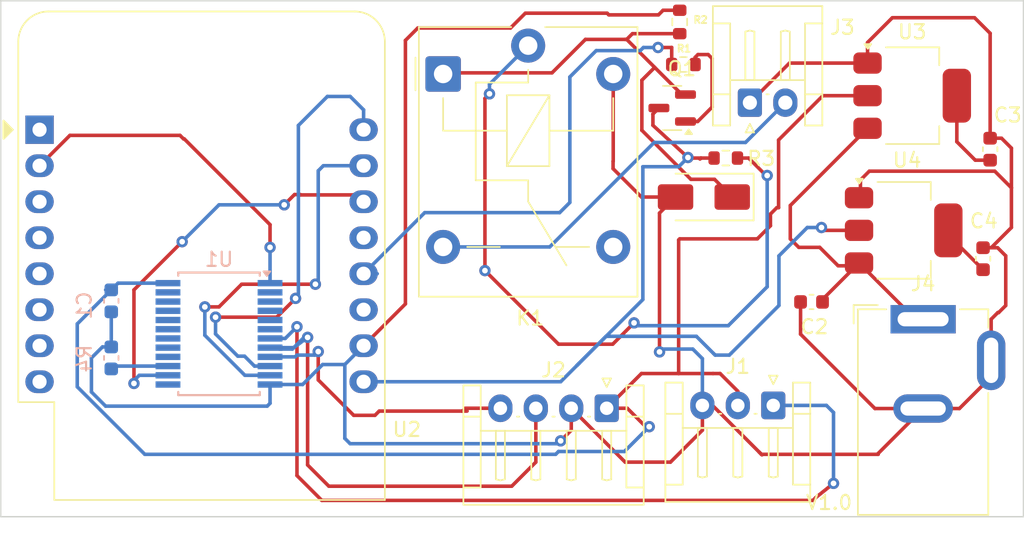
<source format=kicad_pcb>
(kicad_pcb (version 20240108) (generator "pcbnew") (generator_version "8.0")
  (layers (0 "F.Cu" signal) (31 "B.Cu" signal) (34 "B.Paste" user) (35 "F.Paste" user) (36 "B.SilkS" user "B.Silkscreen") (37 "F.SilkS" user "F.Silkscreen") (38 "B.Mask" user) (39 "F.Mask" user) (44 "Edge.Cuts" user))
  (net 0 "")
  (net 1 "/3.3V")
  (net 2 "/GND")
  (net 3 "/W0")
  (net 4 "/Soil_D0")
  (net 5 "/Soil_A0")
  (net 6 "Net-(U1-~{E})")
  (net 7 "/COM")
  (net 13 "/S0")
  (net 14 "/S1")
  (net 15 "/S3")
  (net 16 "/S2")
  (net 32 "/5V")
  (net 34 "/S4")
  (net 35 "/VIN")
  (net 36 "Net-(K1-Pad11)")
  (net 37 "Net-(J3-Pin_2)")
  (net 38 "/Water_Out")
  (net 39 "Net-(D1-K)")
  (net 40 "Net-(Q1-B)")
  (footprint "Package_TO_SOT_SMD:SOT-223-3_TabPin2" (layer "F.Cu") (at 198.3 114.2)
    (property "Reference" "U4" (at 0.24 -4.95 0) (layer "F.SilkS"))
    (property "Value" "LM1117MP-5.0" (hide yes))
    (pad "1" smd roundrect (at -3.15 -2.3) (size 2 1.5) (layers "F.Cu" "F.Paste" "F.Mask") (net 2 "/GND"))
    (pad "2" smd roundrect (at -3.15 0) (size 2 1.5) (layers "F.Cu" "F.Paste" "F.Mask") (net 32 "/5V"))
    (pad "2" smd roundrect (at 3.15 0) (size 2 3.8) (layers "F.Cu" "F.Paste" "F.Mask") (net 32 "/5V"))
    (pad "3" smd roundrect (at -3.15 2.3) (size 2 1.5) (layers "F.Cu" "F.Paste" "F.Mask") (net 35 "/VIN"))
  )
  (footprint "Diode_SMD:D_SMA" (layer "F.Cu") (at 184.205 111.85 180)
    (property "Reference" "D1" (hide yes))
    (property "Value" "~")
    (pad "1" smd roundrect (at -2 0 180) (size 2.5 1.8) (layers "F.Cu" "F.Paste" "F.Mask") (roundrect_rratio 0.1388888889) (net 39 "Net-(D1-K)"))
    (pad "2" smd roundrect (at 2 0 180) (size 2.5 1.8) (layers "F.Cu" "F.Paste" "F.Mask") (roundrect_rratio 0.1388888889) (net 2 "/GND"))
  )
  (footprint "Resistor_SMD:R_0603_1608Metric" (layer "F.Cu") (at 182.76 102.5)
    (property "Reference" "R1" (at 0.04 -1.125 0) (layer "F.SilkS") (effects (font (size 0.5 0.5) (thickness 0.125))))
    (property "Value" "1k" (hide yes))
    (pad "1" smd roundrect (at -0.825 0) (size 0.8 0.95) (layers "F.Cu" "F.Paste" "F.Mask") (net 38 "/Water_Out"))
    (pad "2" smd roundrect (at 0.825 0) (size 0.8 0.95) (layers "F.Cu" "F.Paste" "F.Mask") (net 40 "Net-(Q1-B)"))
  )
  (footprint "Connector_JST:JST_EH_S3B-EH_1x03_P2.50mm_Horizontal" (layer "F.Cu") (at 189.1 126.55 180)
    (property "Reference" "J1" (at 2.5 2.75 180) (layer "F.SilkS"))
    (property "Value" "Water_Level_Sensor_Module" (hide yes))
    (pad "1" thru_hole roundrect (at 0 0 180) (size 1.7 1.95) (drill 0.95) (layers "*.Cu" "*.Mask") (roundrect_rratio 0.1470588235) (net 3 "/W0"))
    (pad "2" thru_hole oval (at 2.5 0 180) (size 1.7 1.95) (drill 0.95) (layers "*.Cu" "*.Mask") (net 1 "/3.3V"))
    (pad "3" thru_hole oval (at 5 0 180) (size 1.7 1.95) (drill 0.95) (layers "*.Cu" "*.Mask") (net 2 "/GND"))
  )
  (footprint "Resistor_SMD:R_0603_1608Metric" (layer "F.Cu") (at 182.5 99.5 -90)
    (property "Reference" "R2" (at -0.15 -1.475 180) (layer "F.SilkS") (effects (font (size 0.5 0.5) (thickness 0.125))))
    (property "Value" "1k" (hide yes))
    (pad "1" smd roundrect (at -0.825 0 270) (size 0.8 0.95) (layers "F.Cu" "F.Paste" "F.Mask") (net 2 "/GND"))
    (pad "2" smd roundrect (at 0.825 0 270) (size 0.8 0.95) (layers "F.Cu" "F.Paste" "F.Mask") (net 39 "Net-(D1-K)"))
  )
  (footprint "Connector_BarrelJack:BarrelJack_GCT_DCJ200-10-A_Horizontal" (layer "F.Cu") (at 199.67 120.47)
    (property "Reference" "J4" (at 0 -2.5 0) (layer "F.SilkS"))
    (property "Value" "Power Jack")
    (pad "1" thru_hole rect (at 0 0) (size 4.6 2) (drill oval 3.6 1) (layers "*.Cu" "*.Mask") (net 35 "/VIN"))
    (pad "2" thru_hole oval (at 0 6.3) (size 4.2 2) (drill oval 3.2 1) (layers "*.Cu" "*.Mask") (net 2 "/GND"))
    (pad "3" thru_hole oval (at 4.8 2.9) (size 2 4.2) (drill oval 1 3.2) (layers "*.Cu" "*.Mask") (net 2 "/GND"))
  )
  (footprint "Module:WEMOS_D1_mini_light" (layer "F.Cu") (at 137.34 107.1)
    (property "Reference" "U2" (at 25.91 21.15 0) (layer "F.SilkS"))
    (property "Value" "WeMos_D1_mini")
    (pad "1" thru_hole rect (at 0 0) (size 2 2) (drill 1) (layers "*.Cu" "*.Mask"))
    (pad "2" thru_hole oval (at 0 2.54) (size 2 1.6) (drill 1) (layers "*.Cu" "*.Mask") (net 7 "/COM"))
    (pad "3" thru_hole oval (at 0 5.08) (size 2 1.6) (drill 1) (layers "*.Cu" "*.Mask"))
    (pad "4" thru_hole oval (at 0 7.62) (size 2 1.6) (drill 1) (layers "*.Cu" "*.Mask"))
    (pad "5" thru_hole oval (at 0 10.16) (size 2 1.6) (drill 1) (layers "*.Cu" "*.Mask"))
    (pad "6" thru_hole oval (at 0 12.7) (size 2 1.6) (drill 1) (layers "*.Cu" "*.Mask"))
    (pad "7" thru_hole oval (at 0 15.24) (size 2 1.6) (drill 1) (layers "*.Cu" "*.Mask"))
    (pad "8" thru_hole oval (at 0 17.78) (size 2 1.6) (drill 1) (layers "*.Cu" "*.Mask"))
    (pad "9" thru_hole oval (at 22.86 17.78) (size 2 1.6) (drill 1) (layers "*.Cu" "*.Mask") (net 32 "/5V"))
    (pad "10" thru_hole oval (at 22.86 15.24) (size 2 1.6) (drill 1) (layers "*.Cu" "*.Mask") (net 2 "/GND"))
    (pad "11" thru_hole oval (at 22.86 12.7) (size 2 1.6) (drill 1) (layers "*.Cu" "*.Mask"))
    (pad "12" thru_hole oval (at 22.86 10.16) (size 2 1.6) (drill 1) (layers "*.Cu" "*.Mask") (net 38 "/Water_Out"))
    (pad "13" thru_hole oval (at 22.86 7.62) (size 2 1.6) (drill 1) (layers "*.Cu" "*.Mask") (net 34 "/S4"))
    (pad "14" thru_hole oval (at 22.86 5.08) (size 2 1.6) (drill 1) (layers "*.Cu" "*.Mask") (net 16 "/S2"))
    (pad "15" thru_hole oval (at 22.86 2.54) (size 2 1.6) (drill 1) (layers "*.Cu" "*.Mask") (net 14 "/S1"))
    (pad "16" thru_hole oval (at 22.86 0) (size 2 1.6) (drill 1) (layers "*.Cu" "*.Mask") (net 13 "/S0"))
  )
  (footprint "Capacitor_SMD:C_0603_1608Metric" (layer "F.Cu") (at 191.8 119.25 180)
    (property "Reference" "C2" (at -0.2 -1.75 0) (layer "F.SilkS"))
    (property "Value" "10uF" (hide yes))
    (pad "1" smd roundrect (at -0.775 0 180) (size 0.9 0.95) (layers "F.Cu" "F.Paste" "F.Mask") (net 35 "/VIN"))
    (pad "2" smd roundrect (at 0.775 0 180) (size 0.9 0.95) (layers "F.Cu" "F.Paste" "F.Mask") (net 2 "/GND"))
  )
  (footprint "Connector_JST:JST_EH_S4B-EH_1x04_P2.50mm_Horizontal" (layer "F.Cu") (at 177.35 126.75 180)
    (property "Reference" "J2" (at 3.75 2.7 180) (layer "F.SilkS"))
    (property "Value" "Soil_Moisture_Sensor_Module" (hide yes))
    (pad "1" thru_hole roundrect (at 0 0 180) (size 1.7 1.95) (drill 0.95) (layers "*.Cu" "*.Mask") (roundrect_rratio 0.1470588235) (net 1 "/3.3V"))
    (pad "2" thru_hole oval (at 2.5 0 180) (size 1.7 1.95) (drill 0.95) (layers "*.Cu" "*.Mask") (net 2 "/GND"))
    (pad "3" thru_hole oval (at 5 0 180) (size 1.7 1.95) (drill 0.95) (layers "*.Cu" "*.Mask") (net 4 "/Soil_D0"))
    (pad "4" thru_hole oval (at 7.5 0 180) (size 1.7 1.95) (drill 0.95) (layers "*.Cu" "*.Mask") (net 5 "/Soil_A0"))
  )
  (footprint "Capacitor_SMD:C_0603_1608Metric" (layer "F.Cu") (at 203.9 116.2 90)
    (property "Reference" "C4" (at 2.66 0.05 0) (layer "F.SilkS"))
    (property "Value" "1uF" (hide yes))
    (pad "1" smd roundrect (at -0.775 0 90) (size 0.9 0.95) (layers "F.Cu" "F.Paste" "F.Mask") (net 32 "/5V"))
    (pad "2" smd roundrect (at 0.775 0 90) (size 0.9 0.95) (layers "F.Cu" "F.Paste" "F.Mask") (net 2 "/GND"))
  )
  (footprint "Package_TO_SOT_SMD:SOT-223-3_TabPin2" (layer "F.Cu") (at 198.9 104.7)
    (property "Reference" "U3" (at 0 -4.5 0) (layer "F.SilkS"))
    (property "Value" "LM1117MP-3.3" (hide yes))
    (pad "1" smd roundrect (at -3.15 -2.3) (size 2 1.5) (layers "F.Cu" "F.Paste" "F.Mask") (net 2 "/GND"))
    (pad "2" smd roundrect (at -3.15 0) (size 2 1.5) (layers "F.Cu" "F.Paste" "F.Mask") (net 1 "/3.3V"))
    (pad "2" smd roundrect (at 3.15 0) (size 2 3.8) (layers "F.Cu" "F.Paste" "F.Mask") (net 1 "/3.3V"))
    (pad "3" smd roundrect (at -3.15 2.3) (size 2 1.5) (layers "F.Cu" "F.Paste" "F.Mask") (net 35 "/VIN"))
  )
  (footprint "Resistor_SMD:R_0603_1608Metric" (layer "F.Cu") (at 185.75 109.1)
    (property "Reference" "R3" (at 2.5 0.035 0) (layer "F.SilkS"))
    (property "Value" "1k" (hide yes))
    (pad "1" smd roundrect (at -0.825 0) (size 0.8 0.95) (layers "F.Cu" "F.Paste" "F.Mask") (net 32 "/5V"))
    (pad "2" smd roundrect (at 0.825 0) (size 0.8 0.95) (layers "F.Cu" "F.Paste" "F.Mask") (net 36 "Net-(K1-Pad11)"))
  )
  (footprint "Connector_JST:JST_EH_S2B-EH_1x02_P2.50mm_Horizontal" (layer "F.Cu") (at 187.45 105.1925)
    (property "Reference" "J3" (at 6.53 -5.3125 0) (layer "F.SilkS"))
    (property "Value" "Conn_01x02" (hide yes))
    (pad "1" thru_hole roundrect (at 0 0) (size 1.7 2) (drill 1) (layers "*.Cu" "*.Mask") (roundrect_rratio 0.1470588235) (net 2 "/GND"))
    (pad "2" thru_hole oval (at 2.5 0) (size 1.7 2) (drill 1) (layers "*.Cu" "*.Mask") (net 37 "Net-(J3-Pin_2)"))
  )
  (footprint "Relay_THT:Relay_SPDT_Finder_36.11" (layer "F.Cu") (at 165.81 103.17)
    (property "Reference" "K1" (at 6.14 17.22 0) (layer "F.SilkS"))
    (property "Value" "Relay_SPDT" (hide yes))
    (pad "11" thru_hole circle (at 6 -2) (size 2.4 2.4) (drill 1.3) (layers "*.Cu" "*.Mask") (net 36 "Net-(K1-Pad11)") (clearance 0.2))
    (pad "12" thru_hole circle (at 12 12.2) (size 2.4 2.4) (drill 1.3) (layers "*.Cu" "*.Mask"))
    (pad "14" thru_hole circle (at 0 12.2) (size 2.4 2.4) (drill 1.3) (layers "*.Cu" "*.Mask") (net 37 "Net-(J3-Pin_2)"))
    (pad "A1" thru_hole roundrect (at 0 0) (size 2.5 2.5) (drill 1.3) (layers "*.Cu" "*.Mask") (roundrect_rratio 0.1) (net 39 "Net-(D1-K)"))
    (pad "A2" thru_hole circle (at 12 0) (size 2.4 2.4) (drill 1.3) (layers "*.Cu" "*.Mask") (net 2 "/GND"))
  )
  (footprint "Capacitor_SMD:C_0603_1608Metric" (layer "F.Cu") (at 204.4 108.475 90)
    (property "Reference" "C3" (at 2.405 1.24 180) (layer "F.SilkS"))
    (property "Value" "1uF" (hide yes))
    (pad "1" smd roundrect (at -0.775 0 90) (size 0.9 0.95) (layers "F.Cu" "F.Paste" "F.Mask") (net 1 "/3.3V"))
    (pad "2" smd roundrect (at 0.775 0 90) (size 0.9 0.95) (layers "F.Cu" "F.Paste" "F.Mask") (net 2 "/GND"))
  )
  (footprint "Package_TO_SOT_SMD:SOT-23" (layer "F.Cu") (at 181.97 105.57 180)
    (property "Reference" "Q1" (at -0.68 2.77 180) (layer "F.SilkS"))
    (property "Value" "MMBT5550L" (hide yes))
    (pad "1" smd roundrect (at -0.9375 -0.95 180) (size 1.475 0.6) (layers "F.Cu" "F.Paste" "F.Mask") (net 40 "Net-(Q1-B)"))
    (pad "2" smd roundrect (at -0.9375 0.95 180) (size 1.475 0.6) (layers "F.Cu" "F.Paste" "F.Mask") (net 39 "Net-(D1-K)"))
    (pad "3" smd roundrect (at 0.9375 0 180) (size 1.475 0.6) (layers "F.Cu" "F.Paste" "F.Mask") (net 32 "/5V"))
  )
  (footprint "Capacitor_SMD:C_0603_1608Metric" (layer "B.Cu") (at 142.4 123.2 90)
    (property "Reference" "R4" (at -0.05 -1.9 -90) (layer "B.SilkS") (effects (justify mirror)))
    (property "Value" "10K")
    (pad "1" smd roundrect (at -0.775 0 90) (size 0.9 0.95) (layers "B.Cu" "B.Paste" "B.Mask") (net 6 "Net-(U1-~{E})"))
    (pad "2" smd roundrect (at 0.775 0 90) (size 0.9 0.95) (layers "B.Cu" "B.Paste" "B.Mask") (net 2 "/GND"))
  )
  (footprint "Capacitor_SMD:C_0603_1608Metric" (layer "B.Cu") (at 142.4 119.175 -90)
    (property "Reference" "C1" (at 0.325 1.9 90) (layer "B.SilkS") (effects (justify mirror)))
    (property "Value" "100nF")
    (pad "1" smd roundrect (at -0.775 0 270) (size 0.9 0.95) (layers "B.Cu" "B.Paste" "B.Mask") (net 1 "/3.3V"))
    (pad "2" smd roundrect (at 0.775 0 270) (size 0.9 0.95) (layers "B.Cu" "B.Paste" "B.Mask") (net 2 "/GND"))
  )
  (footprint "Package_SO:SSOP-24_5.3x8.2mm_P0.65mm" (layer "B.Cu") (at 150 121.5 180)
    (property "Reference" "U1" (at 0 5.25 180) (layer "B.SilkS") (effects (justify mirror)))
    (property "Value" "CD74HC4067SM" (hide yes))
    (pad "1" smd rect (at -3.6 3.575 180) (size 1.75 0.45) (layers "B.Cu" "B.Paste" "B.Mask") (net 7 "/COM"))
    (pad "2" smd rect (at -3.6 2.925 180) (size 1.75 0.45) (layers "B.Cu" "B.Paste" "B.Mask"))
    (pad "3" smd rect (at -3.6 2.275 180) (size 1.75 0.45) (layers "B.Cu" "B.Paste" "B.Mask"))
    (pad "4" smd rect (at -3.6 1.625 180) (size 1.75 0.45) (layers "B.Cu" "B.Paste" "B.Mask"))
    (pad "5" smd rect (at -3.6 0.975 180) (size 1.75 0.45) (layers "B.Cu" "B.Paste" "B.Mask"))
    (pad "6" smd rect (at -3.6 0.325 180) (size 1.75 0.45) (layers "B.Cu" "B.Paste" "B.Mask"))
    (pad "7" smd rect (at -3.6 -0.325 180) (size 1.75 0.45) (layers "B.Cu" "B.Paste" "B.Mask") (net 3 "/W0"))
    (pad "8" smd rect (at -3.6 -0.975 180) (size 1.75 0.45) (layers "B.Cu" "B.Paste" "B.Mask") (net 4 "/Soil_D0"))
    (pad "9" smd rect (at -3.6 -1.625 180) (size 1.75 0.45) (layers "B.Cu" "B.Paste" "B.Mask") (net 5 "/Soil_A0"))
    (pad "10" smd rect (at -3.6 -2.275 180) (size 1.75 0.45) (layers "B.Cu" "B.Paste" "B.Mask") (net 13 "/S0"))
    (pad "11" smd rect (at -3.6 -2.925 180) (size 1.75 0.45) (layers "B.Cu" "B.Paste" "B.Mask") (net 14 "/S1"))
    (pad "12" smd rect (at -3.6 -3.575 180) (size 1.75 0.45) (layers "B.Cu" "B.Paste" "B.Mask") (net 2 "/GND"))
    (pad "13" smd rect (at 3.6 -3.575 180) (size 1.75 0.45) (layers "B.Cu" "B.Paste" "B.Mask") (net 15 "/S3"))
    (pad "14" smd rect (at 3.6 -2.925 180) (size 1.75 0.45) (layers "B.Cu" "B.Paste" "B.Mask") (net 16 "/S2"))
    (pad "15" smd rect (at 3.6 -2.275 180) (size 1.75 0.45) (layers "B.Cu" "B.Paste" "B.Mask") (net 6 "Net-(U1-~{E})"))
    (pad "16" smd rect (at 3.6 -1.625 180) (size 1.75 0.45) (layers "B.Cu" "B.Paste" "B.Mask"))
    (pad "17" smd rect (at 3.6 -0.975 180) (size 1.75 0.45) (layers "B.Cu" "B.Paste" "B.Mask"))
    (pad "18" smd rect (at 3.6 -0.325 180) (size 1.75 0.45) (layers "B.Cu" "B.Paste" "B.Mask"))
    (pad "19" smd rect (at 3.6 0.325 180) (size 1.75 0.45) (layers "B.Cu" "B.Paste" "B.Mask"))
    (pad "20" smd rect (at 3.6 0.975 180) (size 1.75 0.45) (layers "B.Cu" "B.Paste" "B.Mask"))
    (pad "21" smd rect (at 3.6 1.625 180) (size 1.75 0.45) (layers "B.Cu" "B.Paste" "B.Mask"))
    (pad "22" smd rect (at 3.6 2.275 180) (size 1.75 0.45) (layers "B.Cu" "B.Paste" "B.Mask"))
    (pad "23" smd rect (at 3.6 2.925 180) (size 1.75 0.45) (layers "B.Cu" "B.Paste" "B.Mask"))
    (pad "24" smd rect (at 3.6 3.575 180) (size 1.75 0.45) (layers "B.Cu" "B.Paste" "B.Mask") (net 1 "/3.3V"))
  )
  (gr_rect (start 134.6 98) (end 206.75 134.4) (stroke (width 0.1)) (fill none) (layer "Edge.Cuts"))
  (gr_text "V1.0" (at 191.32 133.99 0) (layer "F.SilkS") (effects (font (size 1 1)) (justify left bottom)))
  (segment (start 182.425 114.875) (end 182.5 114.8) (width 0.25) (layer "F.Cu") (net 1))
  (segment (start 202.05 104.7) (end 202.05 107.95) (width 0.25) (layer "F.Cu") (net 1))
  (segment (start 186.6 125.55) (end 185.35 124.3) (width 0.25) (layer "F.Cu") (net 1))
  (segment (start 186.6 126.55) (end 186.6 125.55) (width 0.25) (layer "F.Cu") (net 1))
  (segment (start 178.8 126.75) (end 177.35 126.75) (width 0.25) (layer "F.Cu") (net 1))
  (segment (start 189.475 107.825) (end 192.6 104.7) (width 0.25) (layer "F.Cu") (net 1))
  (segment (start 182.5 114.8) (end 187.975 114.8) (width 0.25) (layer "F.Cu") (net 1))
  (segment (start 180.35 128.05) (end 180.1 128.05) (width 0.25) (layer "F.Cu") (net 1))
  (segment (start 188.9 113.875) (end 188.9 113.05) (width 0.25) (layer "F.Cu") (net 1))
  (segment (start 202.05 107.95) (end 203.35 109.25) (width 0.25) (layer "F.Cu") (net 1))
  (segment (start 187.975 114.8) (end 188.9 113.875) (width 0.25) (layer "F.Cu") (net 1))
  (segment (start 188.9 113.05) (end 189.35 112.6) (width 0.25) (layer "F.Cu") (net 1))
  (segment (start 180.1 128.05) (end 178.8 126.75) (width 0.25) (layer "F.Cu") (net 1))
  (segment (start 192.6 104.7) (end 195.75 104.7) (width 0.25) (layer "F.Cu") (net 1))
  (segment (start 189.35 112.6) (end 189.475 112.6) (width 0.25) (layer "F.Cu") (net 1))
  (segment (start 203.35 109.25) (end 204.4 109.25) (width 0.25) (layer "F.Cu") (net 1))
  (segment (start 182.425 124.3) (end 179.8 124.3) (width 0.25) (layer "F.Cu") (net 1))
  (segment (start 184.85 124.3) (end 182.425 124.3) (width 0.25) (layer "F.Cu") (net 1))
  (segment (start 185.35 124.3) (end 184.85 124.3) (width 0.25) (layer "F.Cu") (net 1))
  (segment (start 182.425 124.3) (end 182.425 114.875) (width 0.25) (layer "F.Cu") (net 1))
  (segment (start 179.8 124.3) (end 177.35 126.75) (width 0.25) (layer "F.Cu") (net 1))
  (segment (start 189.475 112.6) (end 189.475 107.825) (width 0.25) (layer "F.Cu") (net 1))
  (via (at 180.35 128.05) (size 0.8) (drill 0.4) (layers "F.Cu" "B.Cu") (net 1))
  (segment (start 142.4 118.4) (end 142.875 117.925) (width 0.25) (layer "B.Cu") (net 1))
  (segment (start 173.75 130) (end 173.95 129.8) (width 0.25) (layer "B.Cu") (net 1))
  (segment (start 142.875 117.925) (end 146.4 117.925) (width 0.25) (layer "B.Cu") (net 1))
  (segment (start 142.4 118.4) (end 140 120.8) (width 0.25) (layer "B.Cu") (net 1))
  (segment (start 142.4 118.4) (end 142 118.4) (width 0.25) (layer "B.Cu") (net 1))
  (segment (start 178.6 129.8) (end 180.35 128.05) (width 0.25) (layer "B.Cu") (net 1))
  (segment (start 140 120.8) (end 140 125.236396) (width 0.25) (layer "B.Cu") (net 1))
  (segment (start 180.35 128.05) (end 180.3492 128.050799) (width 0.25) (layer "B.Cu") (net 1))
  (segment (start 173.95 129.8) (end 178.6 129.8) (width 0.25) (layer "B.Cu") (net 1))
  (segment (start 140 125.236396) (end 144.763604 130) (width 0.25) (layer "B.Cu") (net 1))
  (segment (start 144.763604 130) (end 173.75 130) (width 0.25) (layer "B.Cu") (net 1))
  (segment (start 177.81 109.315) (end 177.81 103.17) (width 0.25) (layer "F.Cu") (net 2))
  (segment (start 174.85 126.75) (end 174.85 128.3) (width 0.25) (layer "F.Cu") (net 2))
  (segment (start 196.27 126.77) (end 199.67 126.77) (width 0.25) (layer "F.Cu") (net 2))
  (segment (start 205.5 119.5) (end 205.5 116) (width 0.25) (layer "F.Cu") (net 2))
  (segment (start 204.47 123.37) (end 204.47 124.53) (width 0.25) (layer "F.Cu") (net 2))
  (segment (start 188.263298 130) (end 188.300798 130.0375) (width 0.25) (layer "F.Cu") (net 2))
  (segment (start 183.35 129.05) (end 181.85 130.55) (width 0.25) (layer "F.Cu") (net 2))
  (segment (start 196.5 129.94) (end 196.5 130) (width 0.25) (layer "F.Cu") (net 2))
  (segment (start 163.15 100.8) (end 163.15 119.39) (width 0.25) (layer "F.Cu") (net 2))
  (segment (start 177.38 98.88) (end 171.61 98.88) (width 0.25) (layer "F.Cu") (net 2))
  (segment (start 163.15 119.39) (end 160.2 122.34) (width 0.25) (layer "F.Cu") (net 2))
  (segment (start 191.025 121.525) (end 196.27 126.77) (width 0.25) (layer "F.Cu") (net 2))
  (segment (start 204.47 120.47) (end 204.94 120) (width 0.25) (layer "F.Cu") (net 2))
  (segment (start 181.85 130.55) (end 178.65 130.55) (width 0.25) (layer "F.Cu") (net 2))
  (segment (start 184.1 128.3) (end 183.35 129.05) (width 0.25) (layer "F.Cu") (net 2))
  (segment (start 188.106649 129.843351) (end 188.263299 130) (width 0.25) (layer "F.Cu") (net 2))
  (segment (start 204.475 115.425) (end 205.9 114) (width 0.25) (layer "F.Cu") (net 2))
  (segment (start 177.8 109.85) (end 177.8 109.325) (width 0.25) (layer "F.Cu") (net 2))
  (segment (start 202.23 126.77) (end 199.67 126.77) (width 0.25) (layer "F.Cu") (net 2))
  (segment (start 174.85 128.3) (end 174.1 129.05) (width 0.25) (layer "F.Cu") (net 2))
  (segment (start 178.65 130.55) (end 174.85 126.75) (width 0.25) (layer "F.Cu") (net 2))
  (segment (start 164.025 99.925) (end 163.15 100.8) (width 0.25) (layer "F.Cu") (net 2))
  (segment (start 204.4 100.3) (end 204.4 107.7) (width 0.25) (layer "F.Cu") (net 2))
  (segment (start 205.5 116) (end 204.925 115.425) (width 0.25) (layer "F.Cu") (net 2))
  (segment (start 204.925 115.425) (end 203.9 115.425) (width 0.25) (layer "F.Cu") (net 2))
  (segment (start 195.25 111.4) (end 195.25 110.65) (width 0.25) (layer "F.Cu") (net 2))
  (segment (start 190.2425 102.4) (end 195.75 102.4) (width 0.25) (layer "F.Cu") (net 2))
  (segment (start 181.075 112.98) (end 181.075 122.775) (width 0.25) (layer "F.Cu") (net 2))
  (segment (start 184.1 126.55) (end 184.1 128.3) (width 0.25) (layer "F.Cu") (net 2))
  (segment (start 182.205 111.85) (end 179.8 111.85) (width 0.25) (layer "F.Cu") (net 2))
  (segment (start 197.5 99.2) (end 203.3 99.2) (width 0.25) (layer "F.Cu") (net 2))
  (segment (start 184.813299 126.55) (end 188.106649 129.843351) (width 0.25) (layer "F.Cu") (net 2))
  (segment (start 177.5 99) (end 177.38 98.88) (width 0.25) (layer "F.Cu") (net 2))
  (segment (start 204.94 120) (end 205 120) (width 0.25) (layer "F.Cu") (net 2))
  (segment (start 181.325 98.675) (end 181 99) (width 0.25) (layer "F.Cu") (net 2))
  (segment (start 182.205 111.85) (end 181.5 112.555) (width 0.25) (layer "F.Cu") (net 2))
  (segment (start 187.45 105.1925) (end 190.2425 102.4) (width 0.25) (layer "F.Cu") (net 2))
  (segment (start 205 120) (end 205.5 119.5) (width 0.25) (layer "F.Cu") (net 2))
  (segment (start 177.8 109.325) (end 177.81 109.315) (width 0.25) (layer "F.Cu") (net 2))
  (segment (start 204.47 123.37) (end 204.47 120.47) (width 0.25) (layer "F.Cu") (net 2))
  (segment (start 203.3 99.2) (end 204.4 100.3) (width 0.25) (layer "F.Cu") (net 2))
  (segment (start 182.205 111.85) (end 181.075 112.98) (width 0.25) (layer "F.Cu") (net 2))
  (segment (start 205.9 114) (end 205.9 111.2) (width 0.25) (layer "F.Cu") (net 2))
  (segment (start 195.75 102.4) (end 195.75 100.95) (width 0.25) (layer "F.Cu") (net 2))
  (segment (start 182.5 98.675) (end 181.325 98.675) (width 0.25) (layer "F.Cu") (net 2))
  (segment (start 195.25 110.65) (end 195.875 110.025) (width 0.25) (layer "F.Cu") (net 2))
  (segment (start 195.875 110.025) (end 204.725 110.025) (width 0.25) (layer "F.Cu") (net 2))
  (segment (start 196.5 130) (end 188.263298 130) (width 0.25) (layer "F.Cu") (net 2))
  (segment (start 171.61 98.88) (end 170.565 99.925) (width 0.25) (layer "F.Cu") (net 2))
  (segment (start 181 99) (end 177.5 99) (width 0.25) (layer "F.Cu") (net 2))
  (segment (start 170.565 99.925) (end 164.025 99.925) (width 0.25) (layer "F.Cu") (net 2))
  (segment (start 204.725 110.025) (end 205.9 111.2) (width 0.25) (layer "F.Cu") (net 2))
  (segment (start 195.75 100.95) (end 197.5 99.2) (width 0.25) (layer "F.Cu") (net 2))
  (segment (start 179.8 111.85) (end 177.8 109.85) (width 0.25) (layer "F.Cu") (net 2))
  (segment (start 184.1 126.55) (end 184.813299 126.55) (width 0.25) (layer "F.Cu") (net 2))
  (segment (start 203.9 115.425) (end 204.475 115.425) (width 0.25) (layer "F.Cu") (net 2))
  (segment (start 205.9 111.2) (end 205.9 108.4) (width 0.25) (layer "F.Cu") (net 2))
  (segment (start 199.67 126.77) (end 196.5 129.94) (width 0.25) (layer "F.Cu") (net 2))
  (segment (start 191.025 119.25) (end 191.025 121.525) (width 0.25) (layer "F.Cu") (net 2))
  (segment (start 205.2 107.7) (end 204.4 107.7) (width 0.25) (layer "F.Cu") (net 2))
  (segment (start 188.106649 129.843351) (end 188.263298 130) (width 0.25) (layer "F.Cu") (net 2))
  (segment (start 204.47 124.53) (end 202.23 126.77) (width 0.25) (layer "F.Cu") (net 2))
  (segment (start 205.9 108.4) (end 205.2 107.7) (width 0.25) (layer "F.Cu") (net 2))
  (via (at 174.1 129.05) (size 0.8) (drill 0.4) (layers "F.Cu" "B.Cu") (net 2))
  (via (at 181.075 122.775) (size 0.8) (drill 0.4) (layers "F.Cu" "B.Cu") (net 2))
  (segment (start 142.4 119.95) (end 142.4 122.425) (width 0.25) (layer "B.Cu") (net 2))
  (segment (start 142 126.6) (end 141 125.6) (width 0.25) (layer "B.Cu") (net 2))
  (segment (start 174.1 129.05) (end 173.85 129.05) (width 0.25) (layer "B.Cu") (net 2))
  (segment (start 183.425 122.575) (end 184.1 123.25) (width 0.25) (layer "B.Cu") (net 2))
  (segment (start 153.4 126.6) (end 142 126.6) (width 0.25) (layer "B.Cu") (net 2))
  (segment (start 153.6 125.075) (end 153.6 126.4) (width 0.25) (layer "B.Cu") (net 2))
  (segment (start 181.275 122.575) (end 181.075 122.775) (width 0.25) (layer "B.Cu") (net 2))
  (segment (start 184.1 123.25) (end 184.1 126.55) (width 0.25) (layer "B.Cu") (net 2))
  (segment (start 153.6 126.4) (end 153.4 126.6) (width 0.25) (layer "B.Cu") (net 2))
  (segment (start 153.6 125.075) (end 155.9 125.075) (width 0.25) (layer "B.Cu") (net 2))
  (segment (start 158.875 123.665) (end 158.875 128.875) (width 0.25) (layer "B.Cu") (net 2))
  (segment (start 160.2 122.34) (end 158.895 123.645) (width 0.25) (layer "B.Cu") (net 2))
  (segment (start 183.425 122.575) (end 181.275 122.575) (width 0.25) (layer "B.Cu") (net 2))
  (segment (start 158.875 128.875) (end 159.25 129.25) (width 0.25) (layer "B.Cu") (net 2))
  (segment (start 141 123.2) (end 141.775 122.425) (width 0.25) (layer "B.Cu") (net 2))
  (segment (start 141.775 122.425) (end 142.4 122.425) (width 0.25) (layer "B.Cu") (net 2))
  (segment (start 159.25 129.25) (end 173.9 129.25) (width 0.25) (layer "B.Cu") (net 2))
  (segment (start 141 125.6) (end 141 123.2) (width 0.25) (layer "B.Cu") (net 2))
  (segment (start 173.9 129.25) (end 174.1 129.05) (width 0.25) (layer "B.Cu") (net 2))
  (segment (start 158.875 123.665) (end 157.31 123.665) (width 0.25) (layer "B.Cu") (net 2))
  (segment (start 157.31 123.665) (end 155.9 125.075) (width 0.25) (layer "B.Cu") (net 2))
  (segment (start 158.895 123.645) (end 158.875 123.665) (width 0.25) (layer "B.Cu") (net 2))
  (segment (start 155.5 131.5) (end 157.25 133.25) (width 0.25) (layer "F.Cu") (net 3))
  (segment (start 155.5 121) (end 155.5 131.5) (width 0.25) (layer "F.Cu") (net 3))
  (segment (start 192.1 133.05) (end 193.35 132.05) (width 0.25) (layer "F.Cu") (net 3))
  (segment (start 157.25 133.25) (end 191.9 133.25) (width 0.25) (layer "F.Cu") (net 3))
  (segment (start 191.9 133.25) (end 192.1 133.05) (width 0.25) (layer "F.Cu") (net 3))
  (segment (start 193.35 132.05) (end 193.1 132.05) (width 0.25) (layer "F.Cu") (net 3))
  (via (at 193.35 132.05) (size 0.8) (drill 0.4) (layers "F.Cu" "B.Cu") (net 3))
  (via (at 155.5 121) (size 0.8) (drill 0.4) (layers "F.Cu" "B.Cu") (net 3))
  (segment (start 153.6 121.825) (end 154.675 121.825) (width 0.25) (layer "B.Cu") (net 3))
  (segment (start 154.675 121.825) (end 155.5 121) (width 0.25) (layer "B.Cu") (net 3))
  (segment (start 193.35 127.05) (end 192.85 126.55) (width 0.25) (layer "B.Cu") (net 3))
  (segment (start 192.85 126.55) (end 189.1 126.55) (width 0.25) (layer "B.Cu") (net 3))
  (segment (start 193.35 132.05) (end 193.35 127.05) (width 0.25) (layer "B.Cu") (net 3))
  (segment (start 156.25 130.75) (end 157.75 132.25) (width 0.25) (layer "F.Cu") (net 4))
  (segment (start 172.35 130.55) (end 172.35 126.75) (width 0.25) (layer "F.Cu") (net 4))
  (segment (start 170.65 132.25) (end 172.35 130.55) (width 0.25) (layer "F.Cu") (net 4))
  (segment (start 156.25 121.75) (end 156.25 130.75) (width 0.25) (layer "F.Cu") (net 4))
  (segment (start 157.75 132.25) (end 170.65 132.25) (width 0.25) (layer "F.Cu") (net 4))
  (via (at 156.25 121.75) (size 0.8) (drill 0.4) (layers "F.Cu" "B.Cu") (net 4))
  (segment (start 155.175 122.575) (end 154.25 122.575) (width 0.25) (layer "B.Cu") (net 4))
  (segment (start 155.275 122.475) (end 156.25 121.75) (width 0.25) (layer "B.Cu") (net 4))
  (segment (start 153.6 122.475) (end 155.275 122.475) (width 0.25) (layer "B.Cu") (net 4))
  (segment (start 156 121.75) (end 155.175 122.575) (width 0.25) (layer "B.Cu") (net 4))
  (segment (start 156.25 121.75) (end 156 121.75) (width 0.25) (layer "B.Cu") (net 4))
  (segment (start 153.675 122.4) (end 153.6 122.475) (width 0.25) (layer "B.Cu") (net 4))
  (segment (start 167.175 126.95) (end 167.5 126.95) (width 0.25) (layer "F.Cu") (net 5))
  (segment (start 161 127.25) (end 161.3 126.95) (width 0.25) (layer "F.Cu") (net 5))
  (segment (start 167.175 126.95) (end 167.375 126.75) (width 0.25) (layer "F.Cu") (net 5))
  (segment (start 157 124.75) (end 159.5 127.25) (width 0.25) (layer "F.Cu") (net 5))
  (segment (start 159.5 127.25) (end 161 127.25) (width 0.25) (layer "F.Cu") (net 5))
  (segment (start 157 122.75) (end 157 124.75) (width 0.25) (layer "F.Cu") (net 5))
  (segment (start 161.3 126.95) (end 167.175 126.95) (width 0.25) (layer "F.Cu") (net 5))
  (segment (start 167.375 126.75) (end 169.85 126.75) (width 0.25) (layer "F.Cu") (net 5))
  (via (at 157 122.75) (size 0.8) (drill 0.4) (layers "F.Cu" "B.Cu") (net 5))
  (segment (start 156.75 123) (end 157 122.75) (width 0.25) (layer "B.Cu") (net 5))
  (segment (start 153.6 123.125) (end 155.375 123.125) (width 0.25) (layer "B.Cu") (net 5))
  (segment (start 155.375 123.125) (end 155.5 123) (width 0.25) (layer "B.Cu") (net 5))
  (segment (start 155.5 123) (end 156.75 123) (width 0.25) (layer "B.Cu") (net 5))
  (segment (start 142.4 123.975) (end 142.6 123.775) (width 0.25) (layer "B.Cu") (net 6))
  (segment (start 142.6 123.775) (end 146.4 123.775) (width 0.25) (layer "B.Cu") (net 6))
  (segment (start 153.6 113.8) (end 153.6 115.4) (width 0.25) (layer "F.Cu") (net 7))
  (segment (start 147.55 107.75) (end 153.6 113.8) (width 0.25) (layer "F.Cu") (net 7))
  (segment (start 147.5 107.75) (end 147.55 107.75) (width 0.25) (layer "F.Cu") (net 7))
  (segment (start 139.48 107.5) (end 147.25 107.5) (width 0.25) (layer "F.Cu") (net 7))
  (segment (start 137.34 109.64) (end 139.48 107.5) (width 0.25) (layer "F.Cu") (net 7))
  (segment (start 147.25 107.5) (end 147.5 107.75) (width 0.25) (layer "F.Cu") (net 7))
  (via (at 153.6 115.4) (size 0.8) (drill 0.4) (layers "F.Cu" "B.Cu") (net 7))
  (segment (start 153.6 115.4) (end 153.6 117.925) (width 0.25) (layer "B.Cu") (net 7))
  (segment (start 154.075 120.325) (end 155.4 119) (width 0.25) (layer "F.Cu") (net 13))
  (segment (start 149.755691 120.325) (end 154.075 120.325) (width 0.25) (layer "F.Cu") (net 13))
  (via (at 155.4 119) (size 0.8) (drill 0.4) (layers "F.Cu" "B.Cu") (net 13))
  (via (at 149.755691 120.325) (size 0.8) (drill 0.4) (layers "F.Cu" "B.Cu") (net 13))
  (segment (start 160.2 105.7) (end 160.2 106.845) (width 0.25) (layer "B.Cu") (net 13))
  (segment (start 157.645 104.755) (end 159.255 104.755) (width 0.25) (layer "B.Cu") (net 13))
  (segment (start 160.2 106.845) (end 160.455 106.845) (width 0.25) (layer "B.Cu") (net 13))
  (segment (start 151.8 123.075) (end 152.5 123.775) (width 0.25) (layer "B.Cu") (net 13))
  (segment (start 149.755691 120.325) (end 149.755691 121.505691) (width 0.25) (layer "B.Cu") (net 13))
  (segment (start 159.255 104.755) (end 160.2 105.7) (width 0.25) (layer "B.Cu") (net 13))
  (segment (start 152.5 123.775) (end 153.6 123.775) (width 0.25) (layer "B.Cu") (net 13))
  (segment (start 155.4 119) (end 155.6 118.8) (width 0.25) (layer "B.Cu") (net 13))
  (segment (start 149.755691 121.505691) (end 151.325 123.075) (width 0.25) (layer "B.Cu") (net 13))
  (segment (start 151.325 123.075) (end 151.8 123.075) (width 0.25) (layer "B.Cu") (net 13))
  (segment (start 155.6 118.8) (end 155.6 106.8) (width 0.25) (layer "B.Cu") (net 13))
  (segment (start 155.6 106.8) (end 157.645 104.755) (width 0.25) (layer "B.Cu") (net 13))
  (segment (start 151.6 118) (end 156.8 118) (width 0.25) (layer "F.Cu") (net 14))
  (segment (start 149 119.6) (end 150 119.6) (width 0.25) (layer "F.Cu") (net 14))
  (segment (start 150 119.6) (end 151.6 118) (width 0.25) (layer "F.Cu") (net 14))
  (via (at 156.8 118) (size 0.8) (drill 0.4) (layers "F.Cu" "B.Cu") (net 14))
  (via (at 149 119.6) (size 0.8) (drill 0.4) (layers "F.Cu" "B.Cu") (net 14))
  (segment (start 151.825 124.425) (end 153.6 124.425) (width 0.25) (layer "B.Cu") (net 14))
  (segment (start 156.8 118) (end 156.6 118.2) (width 0.25) (layer "B.Cu") (net 14))
  (segment (start 149 121.6) (end 151.825 124.425) (width 0.25) (layer "B.Cu") (net 14))
  (segment (start 156.8 118) (end 157 117.8) (width 0.25) (layer "B.Cu") (net 14))
  (segment (start 157.36 109.64) (end 160.2 109.64) (width 0.25) (layer "B.Cu") (net 14))
  (segment (start 149 119.6) (end 149 121.6) (width 0.25) (layer "B.Cu") (net 14))
  (segment (start 157 117.8) (end 157 110) (width 0.25) (layer "B.Cu") (net 14))
  (segment (start 157 110) (end 157.36 109.64) (width 0.25) (layer "B.Cu") (net 14))
  (segment (start 159.72 111.7) (end 160.2 112.18) (width 0.25) (layer "F.Cu") (net 16))
  (segment (start 144 125) (end 144 118.4) (width 0.25) (layer "F.Cu") (net 16))
  (segment (start 147.4 115) (end 147.2 115.2) (width 0.25) (layer "F.Cu") (net 16))
  (segment (start 144 118.4) (end 147.4 115) (width 0.25) (layer "F.Cu") (net 16))
  (segment (start 154.6 112.4) (end 155.325 111.675) (width 0.25) (layer "F.Cu") (net 16))
  (segment (start 155.325 111.675) (end 155.725 111.675) (width 0.25) (layer "F.Cu") (net 16))
  (segment (start 155.75 111.7) (end 159.72 111.7) (width 0.25) (layer "F.Cu") (net 16))
  (segment (start 155.725 111.675) (end 155.75 111.7) (width 0.25) (layer "F.Cu") (net 16))
  (via (at 154.6 112.4) (size 0.8) (drill 0.4) (layers "F.Cu" "B.Cu") (net 16))
  (via (at 147.4 115) (size 0.8) (drill 0.4) (layers "F.Cu" "B.Cu") (net 16))
  (via (at 144 125) (size 0.8) (drill 0.4) (layers "F.Cu" "B.Cu") (net 16))
  (segment (start 147.4 115) (end 150 112.4) (width 0.25) (layer "B.Cu") (net 16))
  (segment (start 144 124.8) (end 144 125) (width 0.25) (layer "B.Cu") (net 16))
  (segment (start 144.375 124.425) (end 144 124.8) (width 0.25) (layer "B.Cu") (net 16))
  (segment (start 143.8 125) (end 143.8 125) (width 0.25) (layer "B.Cu") (net 16))
  (segment (start 144 125) (end 143.8 125) (width 0.25) (layer "B.Cu") (net 16))
  (segment (start 150 112.4) (end 154.6 112.4) (width 0.25) (layer "B.Cu") (net 16))
  (segment (start 146.4 124.425) (end 144.375 124.425) (width 0.25) (layer "B.Cu") (net 16))
  (segment (start 184 109.1) (end 183.93 109.17) (width 0.25) (layer "F.Cu") (net 32))
  (segment (start 203.9 116.975) (end 201.55 114.625) (width 0.25) (layer "F.Cu") (net 32))
  (segment (start 201.55 114.625) (end 201.55 113.7) (width 0.25) (layer "F.Cu") (net 32))
  (segment (start 184 109.1) (end 183.12 109.1) (width 0.25) (layer "F.Cu") (net 32))
  (segment (start 182.92 109.1) (end 183.08 109.06) (width 0.25) (layer "F.Cu") (net 32))
  (segment (start 180.61 105.9925) (end 181.0325 105.57) (width 0.25) (layer "F.Cu") (net 32))
  (segment (start 183.08 109.06) (end 180.61 106.79) (width 0.25) (layer "F.Cu") (net 32))
  (segment (start 184.925 109.1) (end 184 109.1) (width 0.25) (layer "F.Cu") (net 32))
  (segment (start 180.61 106.79) (end 180.61 105.9925) (width 0.25) (layer "F.Cu") (net 32))
  (segment (start 183.12 109.1) (end 183.08 109.06) (width 0.25) (layer "F.Cu") (net 32))
  (segment (start 192.7 114.2) (end 195.15 114.2) (width 0.25) (layer "F.Cu") (net 32))
  (segment (start 192.5 114) (end 192.7 114.2) (width 0.25) (layer "F.Cu") (net 32))
  (via (at 183.08 109.06) (size 0.8) (drill 0.4) (layers "F.Cu" "B.Cu") (net 32))
  (via (at 192.5 114) (size 0.8) (drill 0.4) (layers "F.Cu" "B.Cu") (net 32))
  (segment (start 175.24 123.74) (end 175.4025 123.5775) (width 0.25) (layer "B.Cu") (net 32))
  (segment (start 191.5 114) (end 192.5 114) (width 0.25) (layer "B.Cu") (net 32))
  (segment (start 177.305 121.675) (end 183.675 121.675) (width 0.25) (layer "B.Cu") (net 32))
  (segment (start 174.1 124.88) (end 175.4025 123.5775) (width 0.25) (layer "B.Cu") (net 32))
  (segment (start 184.8875 122.8875) (end 185 123) (width 0.25) (layer "B.Cu") (net 32))
  (segment (start 183.08 109.06) (end 182.43 109.71) (width 0.25) (layer "B.Cu") (net 32))
  (segment (start 186.125 122.875) (end 189.5 119.5) (width 0.25) (layer "B.Cu") (net 32))
  (segment (start 189.5 119.5) (end 189.5 116) (width 0.25) (layer "B.Cu") (net 32))
  (segment (start 175.4025 123.5775) (end 177.305 121.675) (width 0.25) (layer "B.Cu") (net 32))
  (segment (start 179.9 109.71) (end 179.9 119.08) (width 0.25) (layer "B.Cu") (net 32))
  (segment (start 183.675 121.675) (end 184.8875 122.8875) (width 0.25) (layer "B.Cu") (net 32))
  (segment (start 185 123) (end 186 123) (width 0.25) (layer "B.Cu") (net 32))
  (segment (start 186 123) (end 186.125 122.875) (width 0.25) (layer "B.Cu") (net 32))
  (segment (start 160.2 124.88) (end 174.1 124.88) (width 0.25) (layer "B.Cu") (net 32))
  (segment (start 179.9 119.08) (end 175.24 123.74) (width 0.25) (layer "B.Cu") (net 32))
  (segment (start 182.43 109.71) (end 179.9 109.71) (width 0.25) (layer "B.Cu") (net 32))
  (segment (start 189.5 116) (end 191.5 114) (width 0.25) (layer "B.Cu") (net 32))
  (segment (start 194.55 116.7) (end 195.25 116) (width 0.25) (layer "F.Cu") (net 35))
  (segment (start 199.12 120.47) (end 195.15 116.5) (width 0.25) (layer "F.Cu") (net 35))
  (segment (start 192.575 119.075) (end 195.15 116.5) (width 0.25) (layer "F.Cu") (net 35))
  (segment (start 192.575 119.25) (end 192.575 119.075) (width 0.25) (layer "F.Cu") (net 35))
  (segment (start 192.375 115.4) (end 190.9 115.4) (width 0.25) (layer "F.Cu") (net 35))
  (segment (start 195.75 107) (end 190.3 112.45) (width 0.25) (layer "F.Cu") (net 35))
  (segment (start 190.3 112.45) (end 190.3 114.8) (width 0.25) (layer "F.Cu") (net 35))
  (segment (start 193.675 116.7) (end 194.55 116.7) (width 0.25) (layer "F.Cu") (net 35))
  (segment (start 190.9 115.4) (end 190.3 114.8) (width 0.25) (layer "F.Cu") (net 35))
  (segment (start 199.67 120.47) (end 199.12 120.47) (width 0.25) (layer "F.Cu") (net 35))
  (segment (start 193.675 116.7) (end 192.375 115.4) (width 0.25) (layer "F.Cu") (net 35))
  (segment (start 168.76 117.04) (end 168.76 104.89) (width 0.25) (layer "F.Cu") (net 36))
  (segment (start 188.59 110.33) (end 188.67 110.33) (width 0.25) (layer "F.Cu") (net 36))
  (segment (start 188.67 110.33) (end 188.67 110.41) (width 0.25) (layer "F.Cu") (net 36))
  (segment (start 186.575 109.1) (end 187.36 109.1) (width 0.25) (layer "F.Cu") (net 36))
  (segment (start 188.67 110.41) (end 188.63 110.37) (width 0.25) (layer "F.Cu") (net 36))
  (segment (start 168.76 104.89) (end 169.08 104.57) (width 0.25) (layer "F.Cu") (net 36))
  (segment (start 177.775306 122.23) (end 173.95 122.23) (width 0.25) (layer "F.Cu") (net 36))
  (segment (start 179.277653 120.727653) (end 177.775306 122.23) (width 0.25) (layer "F.Cu") (net 36))
  (segment (start 173.95 122.23) (end 168.76 117.04) (width 0.25) (layer "F.Cu") (net 36))
  (segment (start 187.36 109.1) (end 188.59 110.33) (width 0.25) (layer "F.Cu") (net 36))
  (via (at 179.277653 120.727653) (size 0.8) (drill 0.4) (layers "F.Cu" "B.Cu") (net 36))
  (via (at 169.08 104.57) (size 0.8) (drill 0.4) (layers "F.Cu" "B.Cu") (net 36))
  (via (at 168.76 117.04) (size 0.8) (drill 0.4) (layers "F.Cu" "B.Cu") (net 36))
  (via (at 188.67 110.33) (size 0.8) (drill 0.4) (layers "F.Cu" "B.Cu") (net 36))
  (segment (start 179.475 120.925) (end 185.925 120.925) (width 0.25) (layer "B.Cu") (net 36))
  (segment (start 169.08 104.57) (end 169.08 103.9) (width 0.25) (layer "B.Cu") (net 36))
  (segment (start 188.67 118.18) (end 188.67 110.33) (width 0.25) (layer "B.Cu") (net 36))
  (segment (start 169.08 103.9) (end 171.81 101.17) (width 0.25) (layer "B.Cu") (net 36))
  (segment (start 179.277653 120.727653) (end 179.475 120.925) (width 0.25) (layer "B.Cu") (net 36))
  (segment (start 185.925 120.925) (end 188.67 118.18) (width 0.25) (layer "B.Cu") (net 36))
  (segment (start 180.7 108) (end 187.1425 108) (width 0.25) (layer "B.Cu") (net 37))
  (segment (start 187.1425 108) (end 189.95 105.1925) (width 0.25) (layer "B.Cu") (net 37))
  (segment (start 173.33 115.37) (end 180.7 108) (width 0.25) (layer "B.Cu") (net 37))
  (segment (start 165.81 115.37) (end 173.33 115.37) (width 0.25) (layer "B.Cu") (net 37))
  (segment (start 181.935 101.3) (end 181.935 102.5) (width 0.25) (layer "F.Cu") (net 38))
  (segment (start 180.97 101.37) (end 181.03 101.31) (width 0.25) (layer "F.Cu") (net 38))
  (segment (start 180.97 101.3) (end 180.97 101.37) (width 0.25) (layer "F.Cu") (net 38))
  (segment (start 181.04 101.3) (end 181.04 101.3) (width 0.25) (layer "F.Cu") (net 38))
  (segment (start 180.97 101.3) (end 181.935 101.3) (width 0.25) (layer "F.Cu") (net 38))
  (via (at 180.97 101.3) (size 0.8) (drill 0.4) (layers "F.Cu" "B.Cu") (net 38))
  (segment (start 164.51 112.95) (end 160.2 117.26) (width 0.25) (layer "B.Cu") (net 38))
  (segment (start 174.03 112.95) (end 164.51 112.95) (width 0.25) (layer "B.Cu") (net 38))
  (segment (start 179.72 101.52) (end 176.61 101.52) (width 0.25) (layer "B.Cu") (net 38))
  (segment (start 176.61 101.52) (end 174.75 103.38) (width 0.25) (layer "B.Cu") (net 38))
  (segment (start 179.94 101.3) (end 179.72 101.52) (width 0.25) (layer "B.Cu") (net 38))
  (segment (start 174.75 112.23) (end 174.03 112.95) (width 0.25) (layer "B.Cu") (net 38))
  (segment (start 180.97 101.3) (end 179.94 101.3) (width 0.25) (layer "B.Cu") (net 38))
  (segment (start 174.75 103.38) (end 174.75 112.23) (width 0.25) (layer "B.Cu") (net 38))
  (segment (start 161.16 117.26) (end 160.2 117.26) (width 0.25) (layer "B.Cu") (net 38))
  (segment (start 178.76 100.73) (end 178.65 100.73) (width 0.25) (layer "F.Cu") (net 39))
  (segment (start 178.65 100.73) (end 175.85 100.73) (width 0.25) (layer "F.Cu") (net 39))
  (segment (start 186.205 111.85) (end 185.65 111.85) (width 0.25) (layer "F.Cu") (net 39))
  (segment (start 182.9075 104.62) (end 182.65 104.62) (width 0.25) (layer "F.Cu") (net 39))
  (segment (start 173.49 103.09) (end 165.89 103.09) (width 0.25) (layer "F.Cu") (net 39))
  (segment (start 185.44 111.085) (end 185.509302 111.154302) (width 0.25) (layer "F.Cu") (net 39))
  (segment (start 179.83 107.14) (end 183.29 110.6) (width 0.25) (layer "F.Cu") (net 39))
  (segment (start 179.83 107.14) (end 179.83 103.61) (width 0.25) (layer "F.Cu") (net 39))
  (segment (start 180.735 102.705) (end 178.76 100.73) (width 0.25) (layer "F.Cu") (net 39))
  (segment (start 179.165 100.325) (end 178.76 100.73) (width 0.25) (layer "F.Cu") (net 39))
  (segment (start 182.5 100.325) (end 179.165 100.325) (width 0.25) (layer "F.Cu") (net 39))
  (segment (start 179.83 103.61) (end 180.735 102.705) (width 0.25) (layer "F.Cu") (net 39))
  (segment (start 182.65 104.62) (end 180.735 102.705) (width 0.25) (layer "F.Cu") (net 39))
  (segment (start 183.29 110.6) (end 184.955 110.6) (width 0.25) (layer "F.Cu") (net 39))
  (segment (start 179.82 107.13) (end 179.83 107.14) (width 0.25) (layer "F.Cu") (net 39))
  (segment (start 184.955 110.6) (end 186.205 111.85) (width 0.25) (layer "F.Cu") (net 39))
  (segment (start 175.85 100.73) (end 173.49 103.09) (width 0.25) (layer "F.Cu") (net 39))
  (segment (start 165.89 103.09) (end 165.81 103.17) (width 0.25) (layer "F.Cu") (net 39))
  (segment (start 184.78 102.07) (end 184.51 101.8) (width 0.25) (layer "F.Cu") (net 40))
  (segment (start 182.9075 106.52) (end 183.77 106.52) (width 0.25) (layer "F.Cu") (net 40))
  (segment (start 183.785 101.8) (end 183.585 102) (width 0.25) (layer "F.Cu") (net 40))
  (segment (start 183.585 102) (end 183.585 102.5) (width 0.25) (layer "F.Cu") (net 40))
  (segment (start 183.77 106.52) (end 184.78 105.51) (width 0.25) (layer "F.Cu") (net 40))
  (segment (start 184.51 101.8) (end 183.785 101.8) (width 0.25) (layer "F.Cu") (net 40))
  (segment (start 184.78 105.51) (end 184.78 102.07) (width 0.25) (layer "F.Cu") (net 40))
)
</source>
